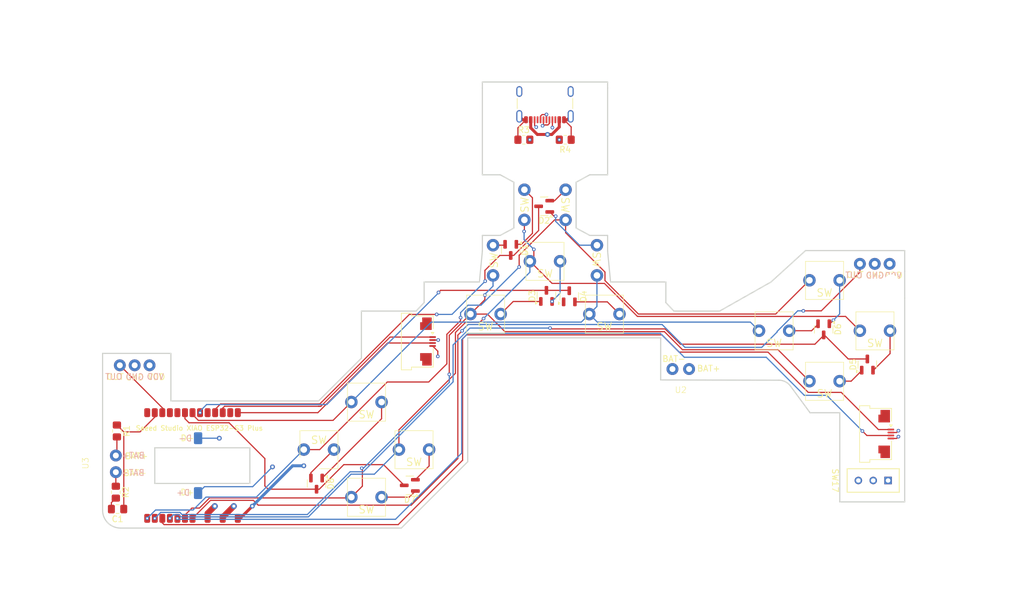
<source format=kicad_pcb>
(kicad_pcb (version 20241229) (generator "pcbnew") (generator_version "9.0")
  (layers (0 "F.Cu" signal) (4 "In1.Cu" power) (6 "In2.Cu" power) (2 "B.Cu" signal) (13 "F.Paste" user) (15 "B.Paste" user) (5 "F.SilkS" user "F.Silkscreen") (7 "B.SilkS" user "B.Silkscreen") (1 "F.Mask" user) (3 "B.Mask" user) (25 "Edge.Cuts" user))
  (net 0 "")
  (net 1 "GND")
  (net 2 "Column 0")
  (net 3 "Column 1")
  (net 4 "+3.3V")
  (net 5 "Column 2")
  (net 6 "Row 0")
  (net 9 "Row 1")
  (net 10 "Row 2")
  (net 11 "Row 3")
  (net 12 "D-")
  (net 13 "VBUS")
  (net 14 "Net-(J1-CC1)")
  (net 15 "D+")
  (net 16 "Net-(J1-CC2)")
  (net 17 "Column 3")
  (net 18 "Net-(StickL1-X)")
  (net 19 "Net-(StickL1-Y)")
  (net 20 "Net-(StickR1-X)")
  (net 21 "Net-(StickR1-Y)")
  (net 23 "+BAT")
  (net 24 "Net-(U2-BAT+)")
  (net 25 "Net-(TriggerL1-OUT)")
  (net 26 "Net-(TriggerR1-OUT)")
  (net 27 "-BATT")
  (net 33 "Net-(A1-Pad2)")
  (net 34 "Net-(B1-Pad2)")
  (net 35 "Net-(BumperL1-Pad2)")
  (net 36 "Net-(BumperR1-Pad2)")
  (net 37 "Net-(D1-Pad1)")
  (net 38 "Net-(D2-Pad2)")
  (net 39 "Net-(D3-Pad1)")
  (net 40 "Net-(D3-Pad2)")
  (net 42 "Net-(D4-Pad2)")
  (net 43 "Net-(D6-Pad1)")
  (net 44 "Net-(D6-Pad2)")
  (net 45 "Net-(D7-Pad2)")
  (net 46 "Net-(D7-Pad1)")
  (net 47 "Net-(D8-Pad1)")
  (net 48 "Net-(D8-Pad2)")
  (net 49 "Net-(C1-Pad1)")
  (net 50 "Net-(C1-Pad2)")
  (footprint "CC-Library:KAILH-MINI-SILENT-SWITCH" (layer "F.Cu") (at 144.568248 72 90)
    (property "Reference" "StickL2" (hide yes))
    (property "Value" "KAILH-MINI-SILENT-SWITCH")
  )
  (footprint "Package_TO_SOT_SMD:SOT-23" (layer "F.Cu") (at 125.29 119.2025 180)
    (property "Reference" "D7")
    (property "Value" "BAT54C")
  )
  (footprint "Package_TO_SOT_SMD:SOT-23" (layer "F.Cu") (at 148.28 87.3225 90)
    (property "Reference" "D3")
    (property "Value" "BAT54C")
  )
  (footprint "CC-Library:KAILH-MINI-SILENT-SWITCH" (layer "F.Cu") (at 139.292937 81.332751 90)
    (property "Reference" "BumperL1" (hide yes))
    (property "Value" "KAILH-MINI-SILENT-SWITCH")
  )
  (footprint "CC-Library:1P2T_SS-12D00_CNK" (layer "F.Cu") (at 205.76 118.38 -90)
    (property "Reference" "SW17")
    (property "Value" "SS-12D00-G 4 E")
  )
  (footprint "CC-Library:Battery_connection" (layer "F.Cu") (at 74.83 115.58 90)
    (property "Reference" "U3")
    (property "Value" "~")
  )
  (footprint "CC-Library:Battery_connection" (layer "F.Cu") (at 170.88 98.63)
    (property "Reference" "U2")
    (property "Value" "~")
  )
  (footprint "Connector_FFC-FPC:Amphenol_F32Q-1A7x1-11004_1x04-1MP_P0.5mm_Horizontal" (layer "F.Cu") (at 203.33 110.56 -90)
    (property "Reference" "StickR1" (hide yes))
    (property "Value" "~")
  )
  (footprint "CC-Library:KAILH-MINI-SILENT-SWITCH" (layer "F.Cu") (at 156.775311 81.332751 90)
    (property "Reference" "BumperR1" (hide yes))
    (property "Value" "KAILH-MINI-SILENT-SWITCH")
  )
  (footprint "Resistor_SMD:R_0805_2012Metric_Pad1.20x1.40mm_HandSolder" (layer "F.Cu") (at 151.44 61.05 180)
    (property "Reference" "R4")
    (property "Value" "5KΩ")
  )
  (footprint "CC-Library:KAILH-MINI-SILENT-SWITCH" (layer "F.Cu") (at 203.552488 93.182858)
    (property "Reference" "B1" (hide yes))
    (property "Value" "KAILH-MINI-SILENT-SWITCH")
  )
  (footprint "CC-Library:Seeed Studio XIAO ESP32S3 Plus" (layer "F.Cu") (at 100.881259 115.878645 -90)
    (property "Reference" "U1" (hide yes))
    (property "Value" "~" (hide yes))
    (fp_line (start -3 18.5) (end -3 2.5) (stroke (width 0.2)) (layer "Edge.Cuts"))
    (fp_line (start 3 18.5) (end -3 18.5) (stroke (width 0.2)) (layer "Edge.Cuts"))
    (fp_line (start -3 2.5) (end 3 2.5) (stroke (width 0.2)) (layer "Edge.Cuts"))
    (fp_line (start 3 2.5) (end 3 18.5) (stroke (width 0.2)) (layer "Edge.Cuts"))
  )
  (footprint "MountingHole:MountingHole_2.2mm_M2" (layer "F.Cu") (at 77.16 104.46)
    (property "Reference" "REF**" (hide yes))
    (property "Value" "MountingHole_2.2mm_M2")
  )
  (footprint "Package_TO_SOT_SMD:SOT-23" (layer "F.Cu") (at 152.12 87.3925 90)
    (property "Reference" "D4")
    (property "Value" "BAT54C")
  )
  (footprint "CC-Library:KAILH-MINI-SILENT-SWITCH" (layer "F.Cu") (at 148.034224 81.486626)
    (property "Reference" "Home1" (hide yes))
    (property "Value" "KAILH-MINI-SILENT-SWITCH")
  )
  (footprint "CC-Library:KAILH-MINI-SILENT-SWITCH" (layer "F.Cu") (at 151.5 72 90)
    (property "Reference" "StickR2" (hide yes))
    (property "Value" "KAILH-MINI-SILENT-SWITCH")
  )
  (footprint "CC-Library:KAILH-MINI-SILENT-SWITCH" (layer "F.Cu") (at 158.033736 90.38283)
    (property "Reference" "Start1" (hide yes))
    (property "Value" "KAILH-MINI-SILENT-SWITCH")
  )
  (footprint "Connector_FFC-FPC:Amphenol_F32Q-1A7x1-11004_1x04-1MP_P0.5mm_Horizontal" (layer "F.Cu") (at 126.225 95 -90)
    (property "Reference" "StickL1" (hide yes))
    (property "Value" "~")
  )
  (footprint "CC-Library:KAILH-MINI-SILENT-SWITCH" (layer "F.Cu") (at 109.999565 113.182532)
    (property "Reference" "LEFT1" (hide yes))
    (property "Value" "KAILH-MINI-SILENT-SWITCH")
  )
  (footprint "Package_TO_SOT_SMD:SOT-23" (layer "F.Cu") (at 202.2725 98.8775 90)
    (property "Reference" "D5")
    (property "Value" "BAT54C")
  )
  (footprint "CC-Library:KAILH-MINI-SILENT-SWITCH" (layer "F.Cu") (at 195.067472 101.667529)
    (property "Reference" "A1" (hide yes))
    (property "Value" "KAILH-MINI-SILENT-SWITCH")
  )
  (footprint "Package_TO_SOT_SMD:SOT-23" (layer "F.Cu") (at 147.9 72.25 180)
    (property "Reference" "D2")
    (property "Value" "BAT54C")
  )
  (footprint "Capacitor_SMD:C_0805_2012Metric_Pad1.18x1.45mm_HandSolder" (layer "F.Cu") (at 76.12 123.19 180)
    (property "Reference" "C1")
    (property "Value" "100nF")
  )
  (footprint "CC-Library:KAILH-MINI-SILENT-SWITCH" (layer "F.Cu") (at 125.999348 113.182532)
    (property "Reference" "RIGHT1" (hide yes))
    (property "Value" "KAILH-MINI-SILENT-SWITCH")
  )
  (footprint "CC-Library:KAILH-MINI-SILENT-SWITCH" (layer "F.Cu") (at 195.067797 84.697516)
    (property "Reference" "Y1" (hide yes))
    (property "Value" "KAILH-MINI-SILENT-SWITCH")
  )
  (footprint "Resistor_SMD:R_0805_2012Metric_Pad1.20x1.40mm_HandSolder" (layer "F.Cu") (at 144.48 61.05)
    (property "Reference" "R3")
    (property "Value" "5KΩ")
  )
  (footprint "Package_TO_SOT_SMD:SOT-23" (layer "F.Cu") (at 109.6 118.91 -90)
    (property "Reference" "D8")
    (property "Value" "BAT54C")
  )
  (footprint "Connector_USB:USB_C_Receptacle_GCT_USB4105-xx-A_16P_TopMnt_Horizontal" (layer "F.Cu") (at 148.033509 50.333509 180)
    (property "Reference" "J1" (hide yes))
    (property "Value" "USB_C_Receptacle_USB2.0_16P")
  )
  (footprint "CC-Library:KAILH-MINI-SILENT-SWITCH" (layer "F.Cu") (at 117.999348 121.182532)
    (property "Reference" "DOWN1" (hide yes))
    (property "Value" "KAILH-MINI-SILENT-SWITCH")
  )
  (footprint "MountingHole:MountingHole_2.2mm_M2" (layer "F.Cu") (at 206.29 84.81)
    (property "Reference" "REF**" (hide yes))
    (property "Value" "MountingHole_2.2mm_M2")
  )
  (footprint "MountingHole:MountingHole_2.2mm_M2" (layer "F.Cu") (at 174 94)
    (property "Reference" "REF**" (hide yes))
    (property "Value" "MountingHole_2.2mm_M2")
  )
  (footprint "Package_TO_SOT_SMD:SOT-23" (layer "F.Cu") (at 142.27 79.58 -90)
    (property "Reference" "D1")
    (property "Value" "BAT54C")
  )
  (footprint "Resistor_SMD:R_0805_2012Metric_Pad1.20x1.40mm_HandSolder" (layer "F.Cu") (at 75.83 120.35 -90)
    (property "Reference" "R2")
    (property "Value" "100k")
  )
  (footprint "MountingHole:MountingHole_2.2mm_M2" (layer "F.Cu") (at 131 107)
    (property "Reference" "REF**" (hide yes))
    (property "Value" "MountingHole_2.2mm_M2")
  )
  (footprint "Resistor_SMD:R_0805_2012Metric_Pad1.20x1.40mm_HandSolder" (layer "F.Cu") (at 76.01 110.05 -90)
    (property "Reference" "R1")
    (property "Value" "100k")
  )
  (footprint "CC-Library:KAILH-MINI-SILENT-SWITCH" (layer "F.Cu") (at 138.034224 90.382341)
    (property "Reference" "Select1" (hide yes))
    (property "Value" "KAILH-MINI-SILENT-SWITCH")
  )
  (footprint "MountingHole:MountingHole_2.2mm_M2" (layer "F.Cu") (at 151 65)
    (property "Reference" "REF**" (hide yes))
    (property "Value" "MountingHole_2.2mm_M2")
  )
  (footprint "Package_TO_SOT_SMD:SOT-23" (layer "F.Cu") (at 194.925 92.95 -90)
    (property "Reference" "D6")
    (property "Value" "BAT54C")
  )
  (footprint "CC-Library:KAILH-MINI-SILENT-SWITCH" (layer "F.Cu") (at 117.999022 105.182858)
    (property "Reference" "UP1" (hide yes))
    (property "Value" "KAILH-MINI-SILENT-SWITCH")
  )
  (footprint "CC-Library:KAILH-MINI-SILENT-SWITCH" (layer "F.Cu") (at 186.581823 93.182858)
    (property "Reference" "X1" (hide yes))
    (property "Value" "KAILH-MINI-SILENT-SWITCH")
  )
  (footprint "SS49E:SEN3_SS49E_HNW" (layer "B.Cu") (at 79 99 180)
    (property "Reference" "TriggerL1" (hide yes))
    (property "Value" "SS49E")
  )
  (footprint "CC-Library:USB_C_Connection" (layer "B.Cu") (at 89.668129 119.5 180)
    (property "Reference" "J2" (hide yes))
    (property "Value" "USB_C_Connection")
  )
  (footprint "CC-Library:USB_C_Connection" (layer "B.Cu") (at 89.668129 110.27 180)
    (property "Reference" "J2" (hide yes))
    (property "Value" "USB_C_Connection")
  )
  (footprint "SS49E:SEN3_SS49E_HNW" (layer "B.Cu") (at 203.517934 81.930715 180)
    (property "Reference" "TriggerR1" (hide yes))
    (property "Value" "SS49E")
  )
  (gr_line (start 155.568248 66.949367) (end 158.568248 66.949367) (stroke (width 0.2)) (layer "Edge.Cuts"))
  (gr_line (start 208.553529 87.694622) (end 208.553529 121.9827) (stroke (width 0.2)) (layer "Edge.Cuts"))
  (gr_arc (start 187.396911 101.508372) (mid 188.480972 101.767157) (end 189.331223 102.48772) (stroke (width 0.2)) (layer "Edge.Cuts"))
  (gr_line (start 142.8 68.199367) (end 142.8 75.899367) (stroke (width 0.2)) (layer "Edge.Cuts"))
  (gr_line (start 142.8 75.899367) (end 140.5 77.149367) (stroke (width 0.2)) (layer "Edge.Cuts"))
  (gr_line (start 169.718247 89.875625) (end 168.368248 88.444878) (stroke (width 0.2)) (layer "Edge.Cuts"))
  (gr_line (start 168.368248 84.980777) (end 159.068248 84.980777) (stroke (width 0.2)) (layer "Edge.Cuts"))
  (gr_line (start 208.553529 87.694622) (end 208.553529 83.197749) (stroke (width 0.2)) (layer "Edge.Cuts"))
  (gr_line (start 140.5 77.149367) (end 137.5 77.149367) (stroke (width 0.2)) (layer "Edge.Cuts"))
  (gr_line (start 177.418247 89.875626) (end 169.718247 89.875625) (stroke (width 0.2)) (layer "Edge.Cuts"))
  (gr_line (start 192.632461 106.9827) (end 189.331223 102.48772) (stroke (width 0.2)) (layer "Edge.Cuts"))
  (gr_line (start 85.093172 96.999984) (end 85.093195 105.000005) (stroke (width 0.2)) (layer "Edge.Cuts"))
  (gr_line (start 197.632461 106.9827) (end 192.632461 106.9827) (stroke (width 0.2)) (layer "Edge.Cuts"))
  (gr_line (start 137.5 66.949367) (end 140.5 66.949367) (stroke (width 0.2)) (layer "Edge.Cuts"))
  (gr_line (start 208.553529 79.697418) (end 191.872685 79.697418) (stroke (width 0.2)) (layer "Edge.Cuts"))
  (gr_line (start 158.568248 66.949367) (end 158.568248 52.334453) (stroke (width 0.2)) (layer "Edge.Cuts"))
  (gr_line (start 197.632461 121.9827) (end 208.553529 121.9827) (stroke (width 0.2)) (layer "Edge.Cuts"))
  (gr_line (start 186.068248 84.980777) (end 177.418247 89.875626) (stroke (width 0.2)) (layer "Edge.Cuts"))
  (gr_line (start 137.5 52.334453) (end 137.5 66.949367) (stroke (width 0.2)) (layer "Edge.Cuts"))
  (gr_line (start 191.872685 79.697418) (end 186.068248 84.980777) (stroke (width 0.2)) (layer "Edge.Cuts"))
  (gr_line (start 117.15 97.796913) (end 109.941295 105) (stroke (width 0.2)) (layer "Edge.Cuts"))
  (gr_line (start 123.863403 126.3827) (end 76.600002 126.382736) (stroke (width 0.2)) (layer "Edge.Cuts"))
  (gr_line (start 137.5 52.334453) (end 137.5 51.334448) (stroke (width 0.2)) (layer "Edge.Cuts"))
  (gr_line (start 158.568248 79.784624) (end 158.568248 77.149367) (stroke (width 0.2)) (layer "Edge.Cuts"))
  (gr_line (start 158.568248 52.334453) (end 158.568248 51.334001) (stroke (width 0.2)) (layer "Edge.Cuts"))
  (gr_line (start 137.5 79.784624) (end 137 84.980777) (stroke (width 0.2)) (layer "Edge.Cuts"))
  (gr_line (start 159.068248 84.980777) (end 158.568248 79.784624) (stroke (width 0.2)) (layer "Edge.Cuts"))
  (gr_line (start 126.35 89.875625) (end 117.15 89.875625) (stroke (width 0.2)) (layer "Edge.Cuts"))
  (gr_line (start 158.568248 77.149367) (end 155.568248 77.149367) (stroke (width 0.2)) (layer "Edge.Cuts"))
  (gr_line (start 167.499945 101.46438) (end 167.500054 94.3827) (stroke (width 0.2)) (layer "Edge.Cuts"))
  (gr_circle (center 186.582966 93.1827) (end 186.582966 93.1727) (stroke (width 0.0001)) (fill yes) (layer "Edge.Cuts"))
  (gr_line (start 153.268248 75.899367) (end 153.268248 68.199367) (stroke (width 0.2)) (layer "Edge.Cuts"))
  (gr_line (start 117.15 89.875625) (end 117.15 97.796913) (stroke (width 0.2)) (layer "Edge.Cuts"))
  (gr_line (start 153.268248 68.199367) (end 155.568248 66.949367) (stroke (width 0.2)) (layer "Edge.Cuts"))
  (gr_line (start 127.7 84.980777) (end 127.7 88.444878) (stroke (width 0.2)) (layer "Edge.Cuts"))
  (gr_line (start 109.941295 105) (end 85.093195 105.000005) (stroke (width 0.2)) (layer "Edge.Cuts"))
  (gr_line (start 73.6 97) (end 73.6 123.382736) (stroke (width 0.2)) (layer "Edge.Cuts"))
  (gr_line (start 208.553529 79.697418) (end 208.553529 83.197749) (stroke (width 0.2)) (layer "Edge.Cuts"))
  (gr_line (start 123.863403 126.3827) (end 135.034124 115.22314) (stroke (width 0.2)) (layer "Edge.Cuts"))
  (gr_line (start 187.396911 101.508372) (end 167.499945 101.46438) (stroke (width 0.2)) (layer "Edge.Cuts"))
  (gr_line (start 158.568248 51.334001) (end 137.5 51.334001) (stroke (width 0.2)) (layer "Edge.Cuts"))
  (gr_line (start 135.034124 94.3827) (end 167.500054 94.3827) (stroke (width 0.2)) (layer "Edge.Cuts"))
  (gr_line (start 137 84.980777) (end 127.7 84.980777) (stroke (width 0.2)) (layer "Edge.Cuts"))
  (gr_line (start 155.568248 77.149367) (end 153.268248 75.899367) (stroke (width 0.2)) (layer "Edge.Cuts"))
  (gr_line (start 135.034124 115.22314) (end 135.034124 94.3827) (stroke (width 0.2)) (layer "Edge.Cuts"))
  (gr_line (start 85.093172 96.999984) (end 73.6 97) (stroke (width 0.2)) (layer "Edge.Cuts"))
  (gr_line (start 127.7 88.444878) (end 126.35 89.875625) (stroke (width 0.2)) (layer "Edge.Cuts"))
  (gr_line (start 137.5 77.149367) (end 137.5 79.784624) (stroke (width 0.2)) (layer "Edge.Cuts"))
  (gr_arc (start 76.600002 126.382736) (mid 74.478668 125.504059) (end 73.6 123.382736) (stroke (width 0.2)) (layer "Edge.Cuts"))
  (gr_line (start 197.632461 106.9827) (end 197.632461 121.9827) (stroke (width 0.2)) (layer "Edge.Cuts"))
  (gr_line (start 140.5 66.949367) (end 142.8 68.199367) (stroke (width 0.2)) (layer "Edge.Cuts"))
  (gr_line (start 168.368248 88.444878) (end 168.368248 84.980777) (stroke (width 0.2)) (layer "Edge.Cuts"))
  (gr_text "D+" (at 86.62 120.96 0) (layer "F.SilkS") (effects (font (size 1 1)) (justify left bottom)))
  (gr_text "D-" (at 86.65 111.83 0) (layer "F.SilkS") (effects (font (size 1 1)) (justify left bottom)))
  (gr_text "OUT" (at 74.2 101.53 0) (layer "F.SilkS") (effects (font (size 1 1)) (justify left bottom)))
  (gr_text "GND" (at 77.376422 101.61 0) (layer "F.SilkS") (effects (font (size 1 1)) (justify left bottom)))
  (gr_text "BAT-" (at 77.03 117.7 0) (layer "F.SilkS") (effects (font (size 1 1)) (justify left bottom)))
  (gr_text "OUT" (at 198.67 84.35 0) (layer "F.SilkS") (effects (font (size 1 1)) (justify left bottom)))
  (gr_text "BAT+" (at 173.55 100.12 0) (layer "F.SilkS") (effects (font (size 1 1)) (justify left bottom)))
  (gr_text "VDD" (at 205.23 84.45 0) (layer "F.SilkS") (effects (font (size 1 1)) (justify left bottom)))
  (gr_text "VDD" (at 81.16 101.55 0) (layer "F.SilkS") (effects (font (size 1 1)) (justify left bottom)))
  (gr_text "BAT-" (at 167.7 98.5 0) (layer "F.SilkS") (effects (font (size 1 1)) (justify left bottom)))
  (gr_text "GND" (at 201.94 84.44 0) (layer "F.SilkS") (effects (font (size 1 1)) (justify left bottom)))
  (gr_text "BAT+" (at 77.29 114.86 0) (layer "F.SilkS") (effects (font (size 1 1)) (justify left bottom)))
  (gr_text "Seeed Studio XIAO ESP32-S3 Plus" (at 79.11 110.05 0) (layer "F.SilkS") (effects (font (size 0.8 0.8) (thickness 0.15) (bold yes)) (justify left bottom)))
  (gr_text "BAT-" (at 80.74 117.65 0) (layer "B.SilkS") (effects (font (size 1 1)) (justify left bottom mirror)))
  (gr_text "D+" (at 88.37 121.01 0) (layer "B.SilkS") (effects (font (size 1 1)) (justify left bottom mirror)))
  (gr_text "D-" (at 88.72 111.87 0) (layer "B.SilkS") (effects (font (size 1 1)) (justify left bottom mirror)))
  (gr_text "BAT+" (at 80.77 114.76 0) (layer "B.SilkS") (effects (font (size 1 1)) (justify left bottom mirror)))
  (segment (start 143.48 61.05) (end 143.48 59.042018) (width 0.2) (layer "F.Cu") (net 1))
  (segment (start 129.125 95.75) (end 130 96.625) (width 0.2) (layer "F.Cu") (net 1))
  (segment (start 143.48 59.042018) (end 144.833509 57.688509) (width 0.2) (layer "F.Cu") (net 1))
  (segment (start 93.81 124.75) (end 93.81 124.57) (width 1) (layer "F.Cu") (net 1))
  (segment (start 207.19 111.31) (end 207.5 111) (width 0.2) (layer "F.Cu") (net 1))
  (segment (start 130 96.625) (end 130 97.5) (width 0.2) (layer "F.Cu") (net 1))
  (segment (start 152.44 61.05) (end 152.44 58.895) (width 0.2) (layer "F.Cu") (net 1))
  (segment (start 151.778509 57.688509) (end 152.353509 57.113509) (width 0.5) (layer "F.Cu") (net 1))
  (segment (start 151.233509 57.688509) (end 151.778509 57.688509) (width 0.5) (layer "F.Cu") (net 1))
  (segment (start 93.81 124.57) (end 95.68 122.7) (width 1) (layer "F.Cu") (net 1))
  (segment (start 152.44 58.895) (end 151.233509 57.688509) (width 0.2) (layer "F.Cu") (net 1))
  (segment (start 144.833509 57.688509) (end 144.288509 57.688509) (width 0.5) (layer "F.Cu") (net 1))
  (segment (start 206.23 111.31) (end 207.19 111.31) (width 0.2) (layer "F.Cu") (net 1))
  (segment (start 144.288509 57.688509) (end 143.713509 57.113509) (width 0.5) (layer "F.Cu") (net 1))
  (via (at 130 97.5) (size 0.6) (drill 0.3) (layers "F.Cu" "B.Cu") (net 1))
  (via (at 207.5 111) (size 0.6) (drill 0.3) (layers "F.Cu" "B.Cu") (net 1))
  (via (at 95.68 122.7) (size 1) (drill 0.5) (layers "F.Cu" "B.Cu") (net 1))
  (segment (start 91.5949 121.318) (end 89.8929 123.02) (width 0.2) (layer "F.Cu") (net 2))
  (segment (start 141.295341 93.335341) (end 138.342341 90.382341) (width 0.2) (layer "F.Cu") (net 2))
  (segment (start 187.239943 96.38) (end 171.17 96.38) (width 0.2) (layer "F.Cu") (net 2))
  (segment (start 135.494224 90.382341) (end 137.92 87.956565) (width 0.2) (layer "F.Cu") (net 2))
  (segment (start 131.935735 100.525735) (end 131.93 100.52) (width 0.2) (layer "F.Cu") (net 2))
  (segment (start 91.5949 121.318) (end 115.32388 121.318) (width 0.2) (layer "F.Cu") (net 2))
  (segment (start 192.527472 101.667529) (end 187.239943 96.38) (width 0.2) (layer "F.Cu") (net 2))
  (segment (start 117.31 116.42) (end 117.31 119.33188) (width 0.2) (layer "F.Cu") (net 2))
  (segment (start 117.205735 116.315735) (end 117.31 116.42) (width 0.2) (layer "F.Cu") (net 2))
  (segment (start 115.32388 121.318) (end 115.459348 121.182532) (width 0.2) (layer "F.Cu") (net 2))
  (segment (start 131.93 100.52) (end 131.93 93.946565) (width 0.2) (layer "F.Cu") (net 2))
  (segment (start 137.92 87.192) (end 137.9 87.212) (width 0.2) (layer "F.Cu") (net 2))
  (segment (start 168.125341 93.335341) (end 141.295341 93.335341) (width 0.2) (layer "F.Cu") (net 2))
  (segment (start 88.631871 123.02) (end 87.46 124.191871) (width 0.2) (layer "F.Cu") (net 2))
  (segment (start 171.17 96.38) (end 168.125341 93.335341) (width 0.2) (layer "F.Cu") (net 2))
  (segment (start 137.92 87.956565) (end 137.92 87.192) (width 0.2) (layer "F.Cu") (net 2))
  (segment (start 131.93 93.946565) (end 135.494224 90.382341) (width 0.2) (layer "F.Cu") (net 2))
  (segment (start 115.459348 121.182532) (end 117.31 119.33188) (width 0.2) (layer "F.Cu") (net 2))
  (segment (start 89.8929 123.02) (end 88.631871 123.02) (width 0.2) (layer "F.Cu") (net 2))
  (segment (start 138.342341 90.382341) (end 135.494224 90.382341) (width 0.2) (layer "F.Cu") (net 2))
  (segment (start 87.46 124.191871) (end 87.46 124.75) (width 0.2) (layer "F.Cu") (net 2))
  (via (at 131.935735 100.525735) (size 0.6) (drill 0.3) (layers "F.Cu" "B.Cu") (net 2))
  (via (at 117.205735 116.315735) (size 0.6) (drill 0.3) (layers "F.Cu" "B.Cu") (net 2))
  (via (at 137.92 87.192) (size 0.6) (drill 0.3) (layers "F.Cu" "B.Cu") (net 2))
  (segment (start 131.94 101.8629) (end 117.487165 116.315735) (width 0.2) (layer "B.Cu") (net 2))
  (segment (start 131.935735 100.525735) (end 131.94 100.53) (width 0.2) (layer "B.Cu") (net 2))
  (segment (start 117.487165 116.315735) (end 117.205735 116.315735) (width 0.2) (layer "B.Cu") (net 2))
  (segment (start 137.92 87.192) (end 137.92 87.05) (width 0.2) (layer "B.Cu") (net 2))
  (segment (start 137.92 87.05) (end 139.292937 85.677063) (width 0.2) (layer "B.Cu") (net 2))
  (segment (start 131.94 100.53) (end 131.94 101.8629) (width 0.2) (layer "B.Cu") (net 2))
  (segment (start 139.292937 85.677063) (end 139.292937 83.872751) (width 0.2) (layer "B.Cu") (net 2))
  (segment (start 158.035601 85.223751) (end 163.589476 90.777626) (width 0.2) (layer "F.Cu") (net 3))
  (segment (start 137.7 91.133341) (end 137.7 91.14) (width 0.2) (layer "F.Cu") (net 3))
  (segment (start 123.459348 109.850652) (end 123.459348 113.182532) (width 0.2) (layer "F.Cu") (net 3))
  (segment (start 198.607256 90.777626) (end 201.012488 93.182858) (width 0.2) (layer "F.Cu") (net 3))
  (segment (start 134.710324 91.733341) (end 132.97 93.473665) (width 0.2) (layer "F.Cu") (net 3))
  (segment (start 145.494224 81.486626) (end 149.231349 85.223751) (width 0.2) (layer "F.Cu") (net 3))
  (segment (start 132.97 93.473665) (end 132.97 100.34) (width 0.2) (layer "F.Cu") (net 3))
  (segment (start 137.106659 91.733341) (end 134.710324 91.733341) (width 0.2) (layer "F.Cu") (net 3))
  (segment (start 144.568248 74.54) (end 144.568248 76.421752) (width 0.2) (layer "F.Cu") (net 3))
  (segment (start 149.231349 85.223751) (end 158.035601 85.223751) (width 0.2) (layer "F.Cu") (net 3))
  (segment (start 163.589476 90.777626) (end 198.607256 90.777626) (width 0.2) (layer "F.Cu") (net 3))
  (segment (start 146.16 80.82085) (end 146.16 79.5) (width 0.2) (layer "F.Cu") (net 3))
  (segment (start 145.494224 82.292944) (end 145.494224 81.486626) (width 0.2) (layer "F.Cu") (net 3))
  (segment (start 145.494224 81.486626) (end 146.16 80.82085) (width 0.2) (layer "F.Cu") (net 3))
  (segment (start 144.568248 76.421752) (end 144.52 76.47) (width 0.2) (layer "F.Cu") (net 3))
  (segment (start 132.97 100.34) (end 123.459348 109.850652) (width 0.2) (layer "F.Cu") (net 3))
  (segment (start 84.99 124.68) (end 84.92 124.75) (width 0.2) (layer "F.Cu") (net 3))
  (segment (start 137.7 91.14) (end 137.106659 91.733341) (width 0.2) (layer "F.Cu") (net 3))
  (via (at 137.7 91.133341) (size 0.6) (drill 0.3) (layers "F.Cu" "B.Cu") (net 3))
  (via (at 84.92 124.75) (size 0.6) (drill 0.3) (layers "F.Cu" "B.Cu") (net 3))
  (via (at 146.16 79.5) (size 0.6) (drill 0.3) (layers "F.Cu" "B.Cu") (net 3))
  (via (at 144.52 76.47) (size 0.6) (drill 0.3) (layers "F.Cu" "B.Cu") (net 3))
  (segment (start 145.494224 83.339117) (end 145.494224 81.486626) (width 0.2) (layer "B.Cu") (net 3))
  (segment (start 123.459348 113.182532) (end 119.32188 117.32) (width 0.2) (layer "B.Cu") (net 3))
  (segment (start 137.7 91.133341) (end 145.494224 83.339117) (width 0.2) (layer "B.Cu") (net 3))
  (segment (start 85.521 124.149) (end 84.92 124.75) (width 0.2) (layer "B.Cu") (net 3))
  (segment (start 144.52 77.86) (end 146.16 79.5) (width 0.2) (layer "B.Cu") (net 3))
  (segment (start 86.798943 124.509) (end 86.438943 124.149) (width 0.2) (layer "B.Cu") (net 3))
  (segment (start 144.52 76.47) (end 144.52 77.86) (width 0.2) (layer "B.Cu") (net 3))
  (segment (start 115.4071 117.32) (end 108.2181 124.509) (width 0.2) (layer "B.Cu") (net 3))
  (segment (start 108.2181 124.509) (end 86.798943 124.509) (width 0.2) (layer "B.Cu") (net 3))
  (segment (start 119.32188 117.32) (end 115.4071 117.32) (width 0.2) (layer "B.Cu") (net 3))
  (segment (start 86.438943 124.149) (end 85.521 124.149) (width 0.2) (layer "B.Cu") (net 3))
  (segment (start 206.23 110.31) (end 207.19 110.31) (width 0.2) (layer "F.Cu") (net 4))
  (segment (start 91.27 124.75) (end 91.27 123.91) (width 1) (layer "F.Cu") (net 4))
  (segment (start 207.19 110.31) (end 207.5 110) (width 0.2) (layer "F.Cu") (net 4))
  (segment (start 130.065847 94.75) (end 129.125 94.75) (width 0.2) (layer "F.Cu") (net 4))
  (segment (start 91.27 123.91) (end 92.48 122.7) (width 1) (layer "F.Cu") (net 4))
  (via (at 207.5 110) (size 0.6) (drill 0.3) (layers "F.Cu" "B.Cu") (net 4))
  (via (at 92.48 122.7) (size 1) (drill 0.5) (layers "F.Cu" "B.Cu") (net 4))
  (via (at 130.065847 94.75) (size 0.6) (drill 0.3) (layers "F.Cu" "B.Cu") (net 4))
  (segment (start 89.711871 108.27) (end 88.73 107.288129) (width 0.2) (layer "F.Cu") (net 5))
  (segment (start 112.37188 108.27) (end 89.711871 108.27) (width 0.2) (layer "F.Cu") (net 5))
  (segment (start 88.73 107.288129) (end 88.73 106.97) (width 0.2) (layer "F.Cu") (net 5))
  (segment (start 115.459022 105.182858) (end 112.37188 108.27) (width 0.2) (layer "F.Cu") (net 5))
  (segment (start 156.775311 83.872751) (end 156.775311 89.101255) (width 0.2) (layer "B.Cu") (net 5))
  (segment (start 156.844736 91.73383) (end 155.493736 90.38283) (width 0.2) (layer "B.Cu") (net 5))
  (segment (start 155.493736 90.38283) (end 154.143225 91.733341) (width 0.2) (layer "B.Cu") (net 5))
  (segment (start 182.592795 91.73383) (end 156.844736 91.73383) (width 0.2) (layer "B.Cu") (net 5))
  (segment (start 154.143225 91.733341) (end 128.908539 91.733341) (width 0.2) (layer "B.Cu") (net 5))
  (segment (start 184.041823 93.182858) (end 182.592795 91.73383) (width 0.2) (layer "B.Cu") (net 5))
  (segment (start 156.775311 89.101255) (end 155.493736 90.38283) (width 0.2) (layer "B.Cu") (net 5))
  (segment (start 128.908539 91.733341) (end 115.459022 105.182858) (width 0.2) (layer "B.Cu") (net 5))
  (segment (start 146.9625 76.3246) (end 146.9625 72.25) (width 0.2) (layer "F.Cu") (net 6))
  (segment (start 137.93 84.79) (end 137.93 83.03) (width 0.2) (layer "F.Cu") (net 6))
  (segment (start 142.27 80.5175) (end 142.7696 80.5175) (width 0.2) (layer "F.Cu") (net 6))
  (segment (start 110.296152 105.353664) (end 110.148816 105.501) (width 0.2) (layer "F.Cu") (net 6))
  (segment (start 137.98 84.84) (end 137.93 84.79) (width 0.2) (layer "F.Cu") (net 6))
  (segment (start 142.7696 80.5175) (end 146.9625 76.3246) (width 0.2) (layer "F.Cu") (net 6))
  (segment (start 140.4425 80.5175) (end 142.27 80.5175) (width 0.2) (layer "F.Cu") (net 6))
  (segment (start 110.148816 105.501) (end 110.148701 105.501) (width 0.2) (layer "F.Cu") (net 6))
  (segment (start 109.941099 105.501) (end 93.450868 105.501003) (width 0.2) (layer "F.Cu") (net 6))
  (segment (start 137.93 83.03) (end 140.4425 80.5175) (width 0.2) (layer "F.Cu") (net 6))
  (segment (start 129.81 90.44) (end 125.215549 90.44) (width 0.2) (layer "F.Cu") (net 6))
  (segment (start 93.450868 105.501003) (end 92.54 106.411871) (width 0.2) (layer "F.Cu") (net 6))
  (segment (start 110.14862 105.501081) (end 109.941099 105.501) (width 0.2) (layer "F.Cu") (net 6))
  (segment (start 110.475549 105.18) (end 110.469951 105.18) (width 0.2) (layer "F.Cu") (net 6))
  (segment (start 92.54 106.411871) (end 92.54 106.97) (width 0.2) (layer "F.Cu") (net 6))
  (segment (start 110.148701 105.501) (end 110.14862 105.501081) (width 0.2) (layer "F.Cu") (net 6))
  (segment (start 110.469951 105.18) (end 110.296152 105.353664) (width 0.2) (layer "F.Cu") (net 6))
  (segment (start 125.215549 90.44) (end 110.475549 105.18) (width 0.2) (layer "F.Cu") (net 6))
  (via (at 137.98 84.84) (size 0.6) (drill 0.3) (layers "F.Cu" "B.Cu") (net 6))
  (via (at 129.81 90.44) (size 0.6) (drill 0.3) (layers "F.Cu" "B.Cu") (net 6))
  (segment (start 137.98 84.84) (end 132.38 90.44) (width 0.2) (layer "B.Cu") (net 6))
  (segment (start 132.38 90.44) (end 129.81 90.44) (width 0.2) (layer "B.Cu") (net 6))
  (segment (start 130.46897 86.3925) (end 148.2675 86.3925) (width 0.2) (layer "F.Cu") (net 9))
  (segment (start 148.3275 86.4525) (end 148.2675 86.3925) (width 0.2) (layer "F.Cu") (net 9))
  (segment (start 90 106.97) (end 89.991871 106.97) (width 0.2) (layer "F.Cu") (net 9))
  (segment (start 148.2675 86.3925) (end 152.1075 86.3925) (width 0.2) (layer "F.Cu") (net 9))
  (segment (start 152.1075 86.3925) (end 152.1675 86.4525) (width 0.2) (layer "F.Cu") (net 9))
  (segment (start 130.115235 86.746235) (end 130.46897 86.3925) (width 0.2) (layer "F.Cu") (net 9))
  (via (at 90 106.97) (size 0.6) (drill 0.3) (layers "F.Cu" "B.Cu") (net 9))
  (via (at 130.115235 86.746235) (size 0.6) (drill 0.3) (layers "F.Cu" "B.Cu") (net 9))
  (segment (start 90 106.97) (end 90 106.71) (width 0.2) (layer "B.Cu") (net 9))
  (segment (start 90 106.71) (end 91.11 105.6) (width 0.2) (layer "B.Cu") (net 9))
  (segment (start 130.115235 86.818911) (end 130.115235 86.746235) (width 0.2) (layer "B.Cu") (net 9))
  (segment (start 91.11 105.6) (end 111.334146 105.6) (width 0.2) (layer "B.Cu") (net 9))
  (segment (start 111.334146 105.6) (end 130.115235 86.818911) (width 0.2) (layer "B.Cu") (net 9))
  (segment (start 199.06 97.935) (end 202.36 97.935) (width 0.2) (layer "F.Cu") (net 10))
  (segment (start 170.8081 95.451) (end 193.449 95.451) (width 0.2) (layer "F.Cu") (net 10))
  (segment (start 148.88 92.734341) (end 149.025659 92.88) (width 0.2) (layer "F.Cu") (net 10))
  (segment (start 168.2371 92.88) (end 170.8081 95.451) (width 0.2) (layer "F.Cu") (net 10))
  (segment (start 193.449 95.451) (end 195.0125 93.8875) (width 0.2) (layer "F.Cu") (net 10))
  (segment (start 195.0125 93.8875) (end 199.06 97.935) (width 0.2) (layer "F.Cu") (net 10))
  (segment (start 149.025659 92.88) (end 168.2371 92.88) (width 0.2) (layer "F.Cu") (net 10))
  (via (at 82.38 124.75) (size 0.6) (drill 0.3) (layers "F.Cu" "B.Cu") (net 10))
  (via (at 148.88 92.734341) (size 0.6) (drill 0.3) (layers "F.Cu" "B.Cu") (net 10))
  (segment (start 115.241 116.919) (end 108.052 124.108) (width 0.2) (layer "B.Cu") (net 10))
  (segment (start 117.451 116.919) (end 115.241 116.919) (width 0.2) (layer "B.Cu") (net 10))
  (segment (start 132.57 101.8) (end 117.451 116.919) (width 0.2) (layer "B.Cu") (net 10))
  (segment (start 148.88 92.734341) (end 135.407796 92.734341) (width 0.2) (layer "B.Cu") (net 10))
  (segment (start 86.605043 123.748) (end 83.382 123.748) (width 0.2) (layer "B.Cu") (net 10))
  (segment (start 108.052 124.108) (end 86.965043 124.108) (width 0.2) (layer "B.Cu") (net 10))
  (segment (start 83.382 123.748) (end 82.38 124.75) (width 0.2) (layer "B.Cu") (net 10))
  (segment (start 86.965043 124.108) (end 86.605043 123.748) (width 0.2) (layer "B.Cu") (net 10))
  (segment (start 132.57 95.572137) (end 132.57 101.8) (width 0.2) (layer "B.Cu") (net 10))
  (segment (start 135.407796 92.734341) (end 132.57 95.572137) (width 0.2) (layer "B.Cu") (net 10))
  (segment (start 100.905 114.693865) (end 100.905 119.305) (width 0.2) (layer "F.Cu") (net 11))
  (segment (start 120.864735 115.714735) (end 114.187233 115.714735) (width 0.2) (layer "F.Cu") (net 11))
  (segment (start 110.054468 119.8475) (end 109.6 119.8475) (width 0.2) (layer "F.Cu") (net 11))
  (segment (start 124.3525 119.2025) (end 120.864735 115.714735) (width 0.2) (layer "F.Cu") (net 11))
  (segment (start 88.141 108.671) (end 94.882135 108.671) (width 0.2) (layer "F.Cu") (net 11))
  (segment (start 114.187233 115.714735) (end 110.054468 119.8475) (width 0.2) (layer "F.Cu") (net 11))
  (segment (start 87.46 107.99) (end 88.141 108.671) (width 0.2) (layer "F.Cu") (net 11))
  (segment (start 100.905 119.305) (end 101.4475 119.8475) (width 0.2) (layer "F.Cu") (net 11))
  (segment (start 87.46 106.97) (end 87.46 107.99) (width 0.2) (layer "F.Cu") (net 11))
  (segment (start 101.4475 119.8475) (end 109.6 119.8475) (width 0.2) (layer "F.Cu") (net 11))
  (segment (start 124.0275 119.2025) (end 124.3525 119.2025) (width 0.2) (layer "F.Cu") (net 11))
  (segment (start 94.882135 108.671) (end 100.905 114.693865) (width 0.2) (layer "F.Cu") (net 11))
  (segment (start 147.783509 57.688509) (end 147.783509 58.551157) (width 0.2) (layer "F.Cu") (net 12))
  (segment (start 147.796861 58.564509) (end 147.664806 58.696564) (width 0.2) (layer "F.Cu") (net 12))
  (segment (start 148.783509 58.297333) (end 148.783509 57.688509) (width 0.2) (layer "F.Cu") (net 12))
  (segment (start 148.516333 58.564509) (end 148.783509 58.297333) (width 0.2) (layer "F.Cu") (net 12))
  (segment (start 148.050685 58.564509) (end 148.516333 58.564509) (width 0.2) (layer "F.Cu") (net 12))
  (segment (start 148.516333 58.564509) (end 147.796861 58.564509) (width 0.2) (layer "F.Cu") (net 12))
  (segment (start 147.783509 58.551157) (end 147.796861 58.564509) (width 0.2) (layer "F.Cu") (net 12))
  (segment (start 147.664806 58.696564) (end 147.63 58.696564) (width 0.2) (layer "F.Cu") (net 12))
  (via (at 93.24 111.27) (size 0.8) (drill 0.4) (layers "F.Cu" "B.Cu") (net 12))
  (via (at 147.63 58.696564) (size 0.6) (drill 0.3) (layers "F.Cu" "B.Cu") (net 12))
  (segment (start 93.24 111.27) (end 89.668129 111.27) (width 0.2) (layer "B.Cu") (net 12))
  (segment (start 146.74 60.16) (end 148.46 60.16) (width 0.5) (layer "F.Cu") (net 13))
  (segment (start 96.75 124.75) (end 96.35 124.75) (width 0.5) (layer "F.Cu") (net 13))
  (segment (start 98.79 122.71) (end 96.75 124.75) (width 0.5) (layer "F.Cu") (net 13))
  (segment (start 150.433509 58.917905) (end 149.191414 60.16) (width 0.5) (layer "F.Cu") (net 13))
  (segment (start 98.79 122.7) (end 98.79 122.71) (width 0.5) (layer "F.Cu") (net 13))
  (segment (start 145.633509 59.053509) (end 146.74 60.16) (width 0.5) (layer "F.Cu") (net 13))
  (segment (start 150.433509 57.688509) (end 150.433509 58.917905) (width 0.5) (layer "F.Cu") (net 13))
  (segment (start 149.191414 60.16) (end 148.46 60.16) (width 0.5) (layer "F.Cu") (net 13))
  (segment (start 145.633509 57.688509) (end 145.633509 59.053509) (width 0.5) (layer "F.Cu") (net 13))
  (via (at 148.46 60.16) (size 0.8) (drill 0.4) (layers "F.Cu" "B.Cu") (net 13))
  (via (at 107.45134 115.90866) (size 0.8) (drill 0.4) (layers "F.Cu" "B.Cu") (net 13))
  (via (at 98.79 122.7) (size 0.8) (drill 0.4) (layers "F.Cu" "B.Cu") (net 13))
  (segment (start 105.58134 115.90866) (end 98.79 122.7) (width 0.5) (layer "B.Cu") (net 13))
  (segment (start 107.45134 115.90866) (end 105.58134 115.90866) (width 0.5) (layer "B.Cu") (net 13))
  (segment (start 149.283509 57.688509) (end 149.283509 59.00583) (width 0.2) (layer "F.Cu") (net 14))
  (via (at 149.283509 59.00583) (size 0.6) (drill 0.3) (layers "F.Cu" "B.Cu") (net 14))
  (via (at 150.44 61.05) (size 0.6) (drill 0.3) (layers "F.Cu" "B.Cu") (net 14))
  (segment (start 147.283509 57.079685) (end 147.550685 56.812509) (width 0.2) (layer "F.Cu") (net 15))
  (segment (start 147.550685 56.812509) (end 148.016333 56.812509) (width 0.2) (layer "F.Cu") (net 15))
  (segment (start 148.016333 56.812509) (end 148.283509 57.079685) (width 0.2) (layer "F.Cu") (net 15))
  (segment (start 147.283509 57.688509) (end 147.283509 57.079685) (width 0.2) (layer "F.Cu") (net 15))
  (segment (start 148.283509 57.079685) (end 148.283509 57.688509) (width 0.2) (layer "F.Cu") (net 15))
  (via (at 148.283509 56.799157) (size 0.6) (drill 0.3) (layers "F.Cu" "B.Cu") (net 15))
  (via (at 102.1871 116.09) (size 0.8) (drill 0.4) (layers "F.Cu" "B.Cu") (net 15))
  (segment (start 90.748129 119.42) (end 89.668129 120.5) (width 0.2) (layer "B.Cu") (net 15))
  (segment (start 102.1871 116.09) (end 98.8571 119.42) (width 0.2) (layer "B.Cu") (net 15))
  (segment (start 98.8571 119.42) (end 90.748129 119.42) (width 0.2) (layer "B.Cu") (net 15))
  (segment (start 146.565331 58.924669) (end 146.283509 58.642847) (width 0.2) (layer "F.Cu") (net 16))
  (segment (start 146.283509 58.642847) (end 146.283509 57.688509) (width 0.2) (layer "F.Cu") (net 16))
  (via (at 146.565331 58.924669) (size 0.6) (drill 0.3) (layers "F.Cu" "B.Cu") (net 16))
  (via (at 145.48 61.05) (size 0.6) (drill 0.3) (layers "F.Cu" "B.Cu") (net 16))
  (segment (start 151.5 74.54) (end 151.5 76.686837) (width 0.2) (layer "F.Cu") (net 17))
  (segment (start 131.529 93.780465) (end 131.529 98.751) (width 0.2) (layer "F.Cu") (net 17))
  (segment (start 149.64 74.54) (end 151.5 74.54) (width 0.2) (layer "F.Cu") (net 17))
  (segment (start 133.83 91.479465) (end 131.529 93.780465) (width 0.2) (layer "F.Cu") (net 17))
  (segment (start 158.126311 84.747361) (end 163.755576 90.376626) (width 0.2) (layer "F.Cu") (net 17))
  (segment (start 133.83 90.98) (end 133.83 91.479465) (width 0.2) (layer "F.Cu") (net 17))
  (segment (start 158.126311 83.313148) (end 158.126311 84.747361) (width 0.2) (layer "F.Cu") (net 17))
  (segment (start 151.5 76.686837) (end 158.126311 83.313148) (width 0.2) (layer "F.Cu") (net 17))
  (segment (start 128.47 101.81) (end 121.5 101.81) (width 0.2) (layer "F.Cu") (net 17))
  (segment (start 121.5 101.81) (end 110.127468 113.182532) (width 0.2) (layer "F.Cu") (net 17))
  (segment (start 143.69 80.49) (end 149.64 74.54) (width 0.2) (layer "F.Cu") (net 17))
  (segment (start 163.755576 90.376626) (end 186.848687 90.376626) (width 0.2) (layer "F.Cu") (net 17))
  (segment (start 186.848687 90.376626) (end 192.527797 84.697516) (width 0.2) (layer "F.Cu") (net 17))
  (segment (start 143.69 82.46) (end 143.69 80.49) (width 0.2) (layer "F.Cu") (net 17))
  (segment (start 131.529 98.751) (end 128.47 101.81) (width 0.2) (layer "F.Cu") (net 17))
  (segment (start 110.127468 113.182532) (end 107.459565 113.182532) (width 0.2) (layer "F.Cu") (net 17))
  (via (at 133.83 90.98) (size 0.6) (drill 0.3) (layers "F.Cu" "B.Cu") (net 17))
  (via (at 81.11 124.75) (size 0.6) (drill 0.3) (layers "F.Cu" "B.Cu") (net 17))
  (via (at 143.69 82.46) (size 0.6) (drill 0.3) (layers "F.Cu" "B.Cu") (net 17))
  (segment (start 107.459565 113.182532) (end 99.472097 121.17) (width 0.2) (layer "B.Cu") (net 17))
  (segment (start 99.472097 121.17) (end 91.001729 121.17) (width 0.2) (layer "B.Cu") (net 17))
  (segment (start 137.26 88.89) (end 143.69 82.46) (width 0.2) (layer "B.Cu") (net 17))
  (segment (start 135.075962 88.89) (end 137.26 88.89) (width 0.2) (layer "B.Cu") (net 17))
  (segment (start 91.001729 121.17) (end 88.824729 123.347) (width 0.2) (layer "B.Cu") (net 17))
  (segment (start 88.824729 123.347) (end 82.513 123.347) (width 0.2) (layer "B.Cu") (net 17))
  (segment (start 133.83 90.135962) (end 135.075962 88.89) (width 0.2) (layer "B.Cu") (net 17))
  (segment (start 82.513 123.347) (end 81.11 124.75) (width 0.2) (layer "B.Cu") (net 17))
  (segment (start 133.83 90.98) (end 133.83 90.135962) (width 0.2) (layer "B.Cu") (net 17))
  (segment (start 110.31472 105.902081) (end 110.314628 105.902081) (width 0.2) (layer "F.Cu") (net 18))
  (segment (start 109.98252 105.902081) (end 109.982455 105.902016) (width 0.2) (layer "F.Cu") (net 18))
  (segment (start 110.314628 105.902081) (end 110.314563 105.902146) (width 0.2) (layer "F.Cu") (net 18))
  (segment (start 110.641649 105.581) (end 110.63596 105.581) (width 0.2) (layer "F.Cu") (net 18))
  (segment (start 129.125 94.25) (end 121.97265 94.25) (width 0.2) (layer "F.Cu") (net 18))
  (segment (start 109.941107 105.902) (end 94.119868 105.902003) (width 0.2) (layer "F.Cu") (net 18))
  (segment (start 110.314916 105.902) (end 110.314801 105.902) (width 0.2) (layer "F.Cu") (net 18))
  (segment (start 94.119868 105.902003) (end 93.81 106.211871) (width 0.2) (layer "F.Cu") (net 18))
  (segment (start 110.63596 105.581) (end 110.579388 105.637528) (width 0.2) (layer "F.Cu") (net 18))
  (segment (start 121.97265 94.25) (end 110.641649 105.581) (width 0.2) (layer "F.Cu") (net 18))
  (segment (start 110.579388 105.637528) (end 110.314916 105.902) (width 0.2) (layer "F.Cu") (net 18))
  (segment (start 110.314563 105.902146) (end 110.148298 105.902081) (width 0.2) (layer "F.Cu") (net 18))
  (segment (start 109.982455 105.902016) (end 109.941107 105.902) (width 0.2) (layer "F.Cu") (net 18))
  (segment (start 93.81 106.211871) (end 93.81 106.97) (width 0.2) (layer "F.Cu") (net 18))
  (segment (start 110.314801 105.902) (end 110.31472 105.902081) (width 0.2) (layer "F.Cu") (net 18))
  (segment (start 110.148298 105.902081) (end 109.98252 105.902081) (width 0.2) (layer "F.Cu") (net 18))
  (segment (start 109.819749 106.97) (end 96.341871 106.97) (width 0.2) (layer "F.Cu") (net 19))
  (segment (start 129.125 95.25) (end 121.539748 95.25) (width 0.2) (layer "F.Cu") (net 19))
  (segment (start 121.539748 95.25) (end 109.819749 106.97) (width 0.2) (layer "F.Cu") (net 19))
  (segment (start 123.339 125.801) (end 83.942871 125.801) (width 0.2) (layer "F.Cu") (net 20))
  (segment (start 185.551 96.781) (end 170.60688 96.781) (width 0.2) (layer "F.Cu") (net 20))
  (segment (start 167.70758 93.8817) (end 134.826603 93.8817) (width 0.2) (layer "F.Cu") (net 20))
  (segment (start 134.171 114.969) (end 123.339 125.801) (width 0.2) (layer "F.Cu") (net 20))
  (segment (start 192.33 103.56) (end 185.551 96.781) (width 0.2) (layer "F.Cu") (net 20))
  (segment (start 134.171 94.537303) (end 134.171 114.969) (width 0.2) (layer "F.Cu") (net 20))
  (segment (start 83.65 125.508129) (end 83.65 124.75) (width 0.2) (layer "F.Cu") (net 20))
  (segment (start 83.942871 125.801) (end 83.65 125.508129) (width 0.2) (layer "F.Cu") (net 20))
  (segment (start 206.23 109.81) (end 204.13 109.81) (width 0.2) (layer "F.Cu") (net 20))
  (segment (start 170.60688 96.781) (end 167.70758 93.8817) (width 0.2) (layer "F.Cu") (net 20))
  (segment (start 204.13 109.81) (end 197.88 103.56) (width 0.2) (layer "F.Cu") (net 20))
  (segment (start 197.88 103.56) (end 192.33 103.56) (width 0.2) (layer "F.Cu") (net 20))
  (segment (start 134.826603 93.8817) (end 134.171 94.537303) (width 0.2) (layer "F.Cu") (net 20))
  (segment (start 86.22 124.72) (end 86.19 124.75) (width 0.2) (layer "F.Cu") (net 21))
  (segment (start 202.19 110.81) (end 201.44 110.06) (width 0.2) (layer "F.Cu") (net 21))
  (segment (start 206.23 110.81) (end 202.19 110.81) (width 0.2) (layer "F.Cu") (net 21))
  (via (at 86.19 124.75) (size 0.6) (drill 0.3) (layers "F.Cu" "B.Cu") (net 21))
  (via (at 201.44 110.06) (size 0.6) (drill 0.3) (layers "F.Cu" "B.Cu") (net 21))
  (segment (start 185.261341 97.649) (end 171.474875 97.649) (width 0.2) (layer "B.Cu") (net 21))
  (segment (start 134.02 113.77) (end 122.88 124.91) (width 0.2) (layer "B.Cu") (net 21))
  (segment (start 134.02 94.689237) (end 134.02 113.77) (width 0.2) (layer "B.Cu") (net 21))
  (segment (start 201.44 110.06) (end 195.430771 104.050771) (width 0.2) (layer "B.Cu") (net 21))
  (segment (start 86.35 124.91) (end 86.19 124.75) (width 0.2) (layer "B.Cu") (net 21))
  (segment (start 135.079237 93.63) (end 134.02 94.689237) (width 0.2) (layer "B.Cu") (net 21))
  (segment (start 171.474875 97.649) (end 167.455875 93.63) (width 0.2) (layer "B.Cu") (net 21))
  (segment (start 122.88 124.91) (end 86.35 124.91) (width 0.2) (layer "B.Cu") (net 21))
  (segment (start 191.663112 104.050771) (end 185.261341 97.649) (width 0.2) (layer "B.Cu") (net 21))
  (segment (start 167.455875 93.63) (end 135.079237 93.63) (width 0.2) (layer "B.Cu") (net 21))
  (segment (start 195.430771 104.050771) (end 191.663112 104.050771) (width 0.2) (layer "B.Cu") (net 21))
  (segment (start 76.01 114) (end 75.83 114.18) (width 0.2) (layer "F.Cu") (net 23))
  (segment (start 76.01 111.05) (end 76.01 114) (width 0.2) (layer "F.Cu") (net 23))
  (segment (start 76.5 99) (end 83.961871 106.461871) (width 0.2) (layer "F.Cu") (net 25))
  (segment (start 83.961871 106.461871) (end 83.961871 106.85) (width 0.2) (layer "F.Cu") (net 25))
  (segment (start 201.017934 81.930715) (end 201.017934 83.344928) (width 0.2) (layer "F.Cu") (net 26))
  (segment (start 201.017934 83.344928) (end 194.522862 89.84) (width 0.2) (layer "F.Cu") (net 26))
  (segment (start 98.969 121.719) (end 91.761 121.719) (width 0.2) (layer "F.Cu") (net 26))
  (segment (start 133.371 114.689) (end 125.526468 122.533532) (width 0.2) (layer "F.Cu") (net 26))
  (segment (start 133.371 93.921194) (end 133.371 114.689) (width 0.2) (layer "F.Cu") (net 26))
  (segment (start 99.783532 122.533532) (end 98.969 121.719) (width 0.2) (layer "F.Cu") (net 26))
  (segment (start 125.526468 122.533532) (end 99.783532 122.533532) (width 0.2) (layer "F.Cu") (net 26))
  (segment (start 134.096095 93.196099) (end 133.371 93.921194) (width 0.2) (layer "F.Cu") (net 26))
  (segment (start 91.761 121.719) (end 88.73 124.75) (width 0.2) (layer "F.Cu") (net 26))
  (segment (start 194.522862 89.84) (end 191.5 89.84) (width 0.2) (layer "F.Cu") (net 26))
  (via (at 134.096095 93.196099) (size 0.6) (drill 0.3) (layers "F.Cu" "B.Cu") (net 26))
  (via (at 191.5 89.84) (size 0.6) (drill 0.3) (layers "F.Cu" "B.Cu") (net 26))
  (segment (start 135.105659 92.134341) (end 156.848487 92.134341) (width 0.2) (layer "B.Cu") (net 26))
  (segment (start 184.50833 95.98) (end 187.093966 93.394364) (width 0.2) (layer "B.Cu") (net 26))
  (segment (start 171.58 95.98) (end 184.50833 95.98) (width 0.2) (layer "B.Cu") (net 26))
  (segment (start 187.093966 93.300112) (end 190.554078 89.84) (width 0.2) (layer "B.Cu") (net 26))
  (segment (start 134.096095 93.196099) (end 134.096095 93.143905) (width 0.2) (layer "B.Cu") (net 26))
  (segment (start 190.554078 89.84) (end 191.5 89.84) (width 0.2) (layer "B.Cu") (net 26))
  (segment (start 134.096095 93.143905) (end 135.105659 92.134341) (width 0.2) (layer "B.Cu") (net 26))
  (segment (start 167.73483 92.13483) (end 171.58 95.98) (width 0.2) (layer "B.Cu") (net 26))
  (segment (start 156.848976 92.13483) (end 167.73483 92.13483) (width 0.2) (layer "B.Cu") (net 26))
  (segment (start 156.848487 92.134341) (end 156.848976 92.13483) (width 0.2) (layer "B.Cu") (net 26))
  (segment (start 187.093966 93.394364) (end 187.093966 93.300112) (width 0.2) (layer "B.Cu") (net 26))
  (segment (start 75.83 119.35) (end 75.83 116.98) (width 0.2) (layer "F.Cu") (net 27))
  (segment (start 199.552471 101.667529) (end 201.41 99.81) (width 0.2) (layer "F.Cu") (net 33))
  (segment (start 197.607472 101.667529) (end 199.552471 101.667529) (width 0.2) (layer "F.Cu") (net 33))
  (segment (start 206.092488 97.027512) (end 203.31 99.81) (width 0.2) (layer "F.Cu") (net 34))
  (segment (start 206.092488 93.182858) (end 206.092488 97.027512) (width 0.2) (layer "F.Cu") (net 34))
  (segment (start 139.292937 78.792751) (end 141.169749 78.792751) (width 0.2) (layer "F.Cu") (net 35))
  (segment (start 141.169749 78.792751) (end 141.32 78.6425) (width 0.2) (layer "F.Cu") (net 35))
  (segment (start 149.5475 73.91) (end 149.83 73.91) (width 0.2) (layer "F.Cu") (net 36))
  (segment (start 148.8375 73.2) (end 149.5475 73.91) (width 0.2) (layer "F.Cu") (net 36))
  (via (at 149.83 73.91) (size 0.6) (drill 0.3) (layers "F.Cu" "B.Cu") (net 36))
  (segment (start 149.83 73.91) (end 149.83 74.780603) (width 0.2) (layer "B.Cu") (net 36))
  (segment (start 149.83 74.780603) (end 153.842148 78.792751) (width 0.2) (layer "B.Cu") (net 36))
  (segment (start 153.842148 78.792751) (end 156.775311 78.792751) (width 0.2) (layer "B.Cu") (net 36))
  (segment (start 143.22 78.6425) (end 144.0775 78.6425) (width 0.2) (layer "F.Cu") (net 37))
  (segment (start 144.0775 78.6425) (end 145.924 76.796) (width 0.2) (layer "F.Cu") (net 37))
  (segment (start 145.924 70.815752) (end 144.568248 69.46) (width 0.2) (layer "F.Cu") (net 37))
  (segment (start 145.924 76.796) (end 145.924 70.815752) (width 0.2) (layer "F.Cu") (net 37))
  (segment (start 148.8375 71.3) (end 149.66 71.3) (width 0.2) (layer "F.Cu") (net 38))
  (segment (start 149.66 71.3) (end 151.5 69.46) (width 0.2) (layer "F.Cu") (net 38))
  (segment (start 142.689065 88.2675) (end 147.3175 88.2675) (width 0.2) (layer "F.Cu") (net 39))
  (segment (start 140.574224 90.382341) (end 142.689065 88.2675) (width 0.2) (layer "F.Cu") (net 39))
  (segment (start 149.23 88.26) (end 149.225 88.26) (width 0.2) (layer "F.Cu") (net 40))
  (segment (start 149.225 88.26) (end 149.2175 88.2675) (width 0.2) (layer "F.Cu") (net 40))
  (via (at 149.23 88.26) (size 0.6) (drill 0.3) (layers "F.Cu" "B.Cu") (net 40))
  (segment (start 150.574224 86.875776) (end 150.574224 81.486626) (width 0.2) (layer "B.Cu") (net 40))
  (segment (start 149.23 88.26) (end 149.23 88.22) (width 0.2) (layer "B.Cu") (net 40))
  (segment (start 149.23 88.22) (end 150.574224 86.875776) (width 0.2) (layer "B.Cu") (net 40))
  (segment (start 160.573736 90.38283) (end 158.518406 88.3275) (width 0.2) (layer "F.Cu") (net 42))
  (segment (start 158.518406 88.3275) (end 153.1175 88.3275) (width 0.2) (layer "F.Cu") (net 42))
  (segment (start 195.9625 92.0125) (end 196.5575 91.4175) (width 0.2) (layer "F.Cu") (net 43))
  (segment (start 196.5575 91.4175) (end 196.685 91.29) (width 0.2) (layer "F.Cu") (net 43))
  (via (at 196.5575 91.4175) (size 0.6) (drill 0.3) (layers "F.Cu" "B.Cu") (net 43))
  (segment (start 197.607797 90.367203) (end 197.607797 84.697516) (width 0.2) (layer "B.Cu") (net 43))
  (segment (start 196.5575 91.4175) (end 197.607797 90.367203) (width 0.2) (layer "B.Cu") (net 43))
  (segment (start 189.121823 93.182858) (end 192.892142 93.182858) (width 0.2) (layer "F.Cu") (net 44))
  (segment (start 192.892142 93.182858) (end 194.0625 92.0125) (width 0.2) (layer "F.Cu") (net 44))
  (segment (start 128.539348 115.940652) (end 128.539348 113.182532) (width 0.2) (layer "F.Cu") (net 45))
  (segment (start 126.2275 118.2525) (end 128.539348 115.940652) (width 0.2) (layer "F.Cu") (net 45))
  (segment (start 125.197468 121.182532) (end 126.2275 120.1525) (width 0.2) (layer "F.Cu") (net 46))
  (segment (start 120.539348 121.182532) (end 125.197468 121.182532) (width 0.2) (layer "F.Cu") (net 46))
  (segment (start 110.55 117.9725) (end 120.539022 107.983478) (width 0.2) (layer "F.Cu") (net 47))
  (segment (start 120.539022 107.983478) (end 120.539022 105.182858) (width 0.2) (layer "F.Cu") (net 47))
  (segment (start 108.65 117.072097) (end 112.539565 113.182532) (width 0.2) (layer "F.Cu") (net 48))
  (segment (start 108.65 117.9725) (end 108.65 117.072097) (width 0.2) (layer "F.Cu") (net 48))
  (segment (start 79.8925 110.2075) (end 82.38 107.72) (width 0.2) (layer "F.Cu") (net 49))
  (segment (start 77.1675 110.2075) (end 77.1675 123.18) (width 0.2) (layer "F.Cu") (net 49))
  (segment (start 82.38 107.72) (end 82.38 106.97) (width 0.2) (layer "F.Cu") (net 49))
  (segment (start 77.1675 123.18) (end 77.1575 123.19) (width 0.2) (layer "F.Cu") (net 49))
  (segment (start 76.01 109.05) (end 77.1675 110.2075) (width 0.2) (layer "F.Cu") (net 49))
  (segment (start 77.1675 110.2075) (end 79.8925 110.2075) (width 0.2) (layer "F.Cu") (net 49))
  (segment (start 75.0925 123.45) (end 75.0825 123.44) (width 0.2) (layer "F.Cu") (net 50))
  (segment (start 75.0825 123.44) (end 75.0825 122.0975) (width 0.2) (layer "F.Cu") (net 50))
  (segment (start 75.0825 122.0975) (end 75.83 121.35) (width 0.2) (layer "F.Cu") (net 50))
)
</source>
